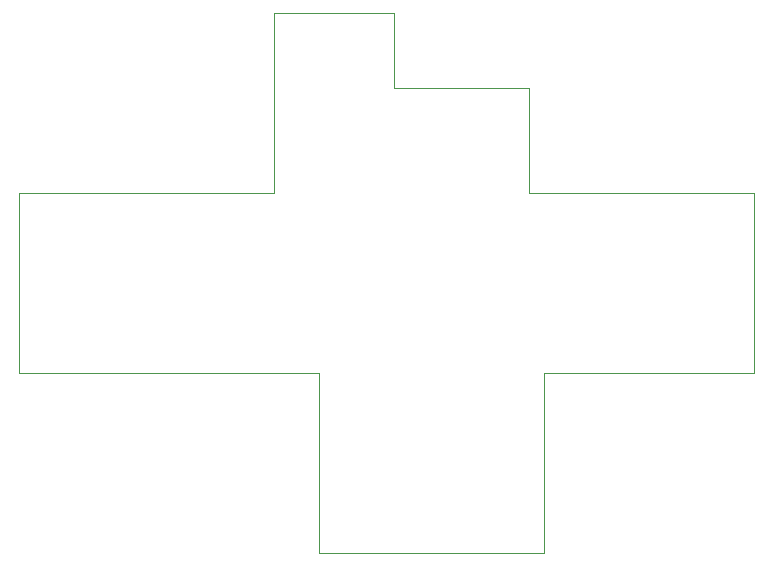
<source format=gbr>
G04 #@! TF.GenerationSoftware,KiCad,Pcbnew,5.1.2-f72e74a~84~ubuntu18.04.1*
G04 #@! TF.CreationDate,2019-07-08T14:48:41+02:00*
G04 #@! TF.ProjectId,ampli_rf_kicad,616d706c-695f-4726-965f-6b696361642e,rev?*
G04 #@! TF.SameCoordinates,Original*
G04 #@! TF.FileFunction,Profile,NP*
%FSLAX46Y46*%
G04 Gerber Fmt 4.6, Leading zero omitted, Abs format (unit mm)*
G04 Created by KiCad (PCBNEW 5.1.2-f72e74a~84~ubuntu18.04.1) date 2019-07-08 14:48:41*
%MOMM*%
%LPD*%
G04 APERTURE LIST*
%ADD10C,0.050000*%
G04 APERTURE END LIST*
D10*
X135890000Y-101600000D02*
X137160000Y-101600000D01*
X135890000Y-116840000D02*
X135890000Y-101600000D01*
X146050000Y-101600000D02*
X137160000Y-101600000D01*
X146050000Y-107950000D02*
X146050000Y-101600000D01*
X157480000Y-107950000D02*
X146050000Y-107950000D01*
X157480000Y-116840000D02*
X157480000Y-107950000D01*
X158750000Y-116840000D02*
X157480000Y-116840000D01*
X135890000Y-116840000D02*
X114300000Y-116840000D01*
X176530000Y-116840000D02*
X158750000Y-116840000D01*
X176530000Y-132080000D02*
X176530000Y-116840000D01*
X158750000Y-132080000D02*
X176530000Y-132080000D01*
X158750000Y-147320000D02*
X158750000Y-132080000D01*
X139700000Y-147320000D02*
X158750000Y-147320000D01*
X139700000Y-132080000D02*
X139700000Y-147320000D01*
X114300000Y-132080000D02*
X139700000Y-132080000D01*
X114300000Y-116840000D02*
X114300000Y-132080000D01*
M02*

</source>
